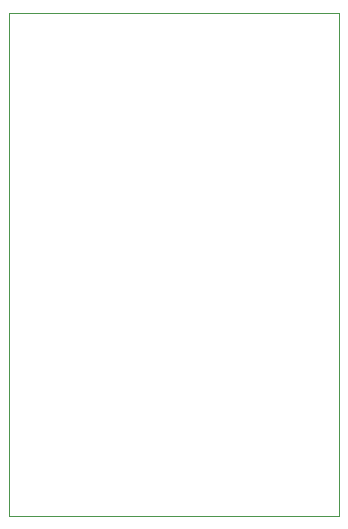
<source format=gbr>
%TF.GenerationSoftware,KiCad,Pcbnew,7.0.1*%
%TF.CreationDate,2023-05-04T02:21:34+01:00*%
%TF.ProjectId,wiikey_dip,7769696b-6579-45f6-9469-702e6b696361,rev?*%
%TF.SameCoordinates,Original*%
%TF.FileFunction,Profile,NP*%
%FSLAX46Y46*%
G04 Gerber Fmt 4.6, Leading zero omitted, Abs format (unit mm)*
G04 Created by KiCad (PCBNEW 7.0.1) date 2023-05-04 02:21:34*
%MOMM*%
%LPD*%
G01*
G04 APERTURE LIST*
%TA.AperFunction,Profile*%
%ADD10C,0.100000*%
%TD*%
G04 APERTURE END LIST*
D10*
X143510000Y-74930000D02*
X171450000Y-74930000D01*
X171450000Y-117475000D01*
X143510000Y-117475000D01*
X143510000Y-74930000D01*
M02*

</source>
